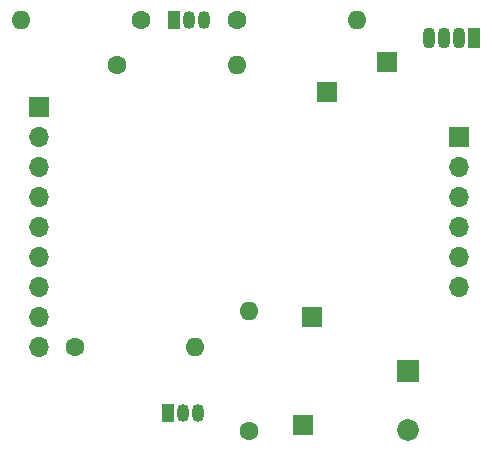
<source format=gbr>
G04 #@! TF.GenerationSoftware,KiCad,Pcbnew,5.1.8-db9833491~87~ubuntu20.04.1*
G04 #@! TF.CreationDate,2020-11-14T17:48:48-07:00*
G04 #@! TF.ProjectId,heimdall_outsideboard,6865696d-6461-46c6-9c5f-6f7574736964,01*
G04 #@! TF.SameCoordinates,Original*
G04 #@! TF.FileFunction,Soldermask,Top*
G04 #@! TF.FilePolarity,Negative*
%FSLAX46Y46*%
G04 Gerber Fmt 4.6, Leading zero omitted, Abs format (unit mm)*
G04 Created by KiCad (PCBNEW 5.1.8-db9833491~87~ubuntu20.04.1) date 2020-11-14 17:48:48*
%MOMM*%
%LPD*%
G01*
G04 APERTURE LIST*
%ADD10R,1.050000X1.500000*%
%ADD11O,1.050000X1.500000*%
%ADD12R,1.700000X1.700000*%
%ADD13O,1.700000X1.700000*%
%ADD14R,1.850000X1.850000*%
%ADD15C,1.850000*%
%ADD16O,1.600000X1.600000*%
%ADD17C,1.600000*%
%ADD18R,1.070000X1.800000*%
%ADD19O,1.070000X1.800000*%
G04 APERTURE END LIST*
D10*
G04 #@! TO.C,Q1*
X65024000Y-112776000D03*
D11*
X67564000Y-112776000D03*
X66294000Y-112776000D03*
G04 #@! TD*
D12*
G04 #@! TO.C,J6*
X78486000Y-85598000D03*
G04 #@! TD*
G04 #@! TO.C,J5*
X83566000Y-83058000D03*
G04 #@! TD*
G04 #@! TO.C,J4*
X76454000Y-113792000D03*
G04 #@! TD*
G04 #@! TO.C,J3*
X77216000Y-104648000D03*
G04 #@! TD*
G04 #@! TO.C,J1*
X54102000Y-86868000D03*
D13*
X54102000Y-89408000D03*
X54102000Y-91948000D03*
X54102000Y-94488000D03*
X54102000Y-97028000D03*
X54102000Y-99568000D03*
X54102000Y-102108000D03*
X54102000Y-104648000D03*
X54102000Y-107188000D03*
G04 #@! TD*
D14*
G04 #@! TO.C,BZ1*
X85344000Y-109220000D03*
D15*
X85344000Y-114220000D03*
G04 #@! TD*
D12*
G04 #@! TO.C,J2*
X89662000Y-89408000D03*
D13*
X89662000Y-91948000D03*
X89662000Y-94488000D03*
X89662000Y-97028000D03*
X89662000Y-99568000D03*
X89662000Y-102108000D03*
G04 #@! TD*
D11*
G04 #@! TO.C,Q2*
X66802000Y-79502000D03*
X68072000Y-79502000D03*
D10*
X65532000Y-79502000D03*
G04 #@! TD*
D16*
G04 #@! TO.C,R1*
X52578000Y-79502000D03*
D17*
X62738000Y-79502000D03*
G04 #@! TD*
G04 #@! TO.C,R2*
X57150000Y-107188000D03*
D16*
X67310000Y-107188000D03*
G04 #@! TD*
D17*
G04 #@! TO.C,R3*
X71882000Y-114300000D03*
D16*
X71882000Y-104140000D03*
G04 #@! TD*
G04 #@! TO.C,R4*
X70866000Y-83312000D03*
D17*
X60706000Y-83312000D03*
G04 #@! TD*
G04 #@! TO.C,R5*
X70866000Y-79502000D03*
D16*
X81026000Y-79502000D03*
G04 #@! TD*
D18*
G04 #@! TO.C,D1*
X90932000Y-81026000D03*
D19*
X89662000Y-81026000D03*
X88392000Y-81026000D03*
X87122000Y-81026000D03*
G04 #@! TD*
M02*

</source>
